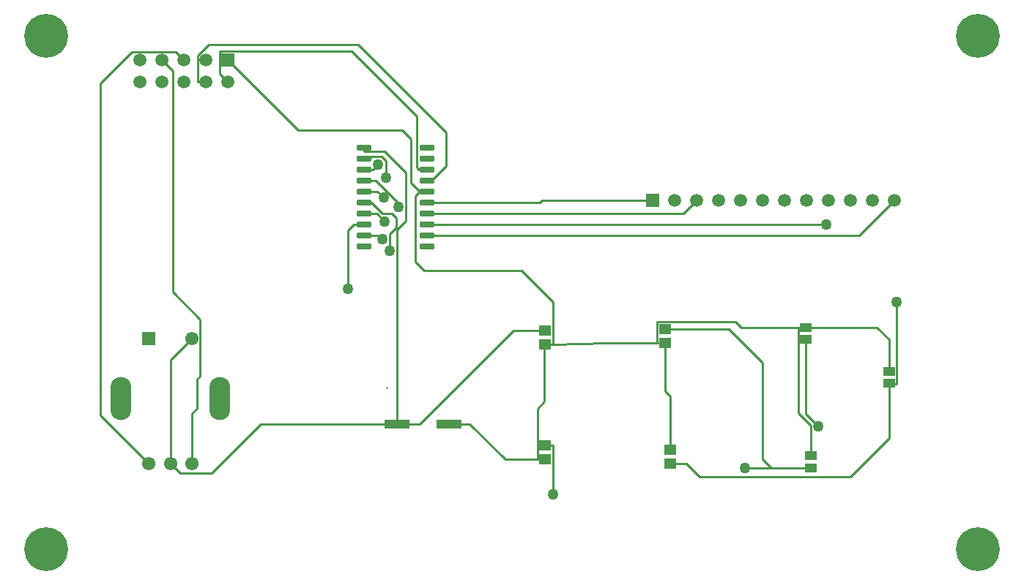
<source format=gtl>
G04*
G04 #@! TF.GenerationSoftware,Altium Limited,Altium Designer,23.2.1 (34)*
G04*
G04 Layer_Physical_Order=1*
G04 Layer_Color=255*
%FSLAX25Y25*%
%MOIN*%
G70*
G04*
G04 #@! TF.SameCoordinates,BF209CEF-B3CD-4BDF-936B-CE2084C87205*
G04*
G04*
G04 #@! TF.FilePolarity,Positive*
G04*
G01*
G75*
%ADD12C,0.01000*%
%ADD15R,0.11417X0.04331*%
%ADD16R,0.05733X0.05136*%
G04:AMPARAMS|DCode=17|XSize=23.62mil|YSize=64.96mil|CornerRadius=2.01mil|HoleSize=0mil|Usage=FLASHONLY|Rotation=90.000|XOffset=0mil|YOffset=0mil|HoleType=Round|Shape=RoundedRectangle|*
%AMROUNDEDRECTD17*
21,1,0.02362,0.06095,0,0,90.0*
21,1,0.01961,0.06496,0,0,90.0*
1,1,0.00402,0.03047,0.00980*
1,1,0.00402,0.03047,-0.00980*
1,1,0.00402,-0.03047,-0.00980*
1,1,0.00402,-0.03047,0.00980*
%
%ADD17ROUNDEDRECTD17*%
%ADD18R,0.05339X0.04349*%
%ADD24R,0.06102X0.06102*%
%ADD25C,0.06102*%
G04:AMPARAMS|DCode=26|XSize=94.49mil|YSize=196.85mil|CornerRadius=47.24mil|HoleSize=0mil|Usage=FLASHONLY|Rotation=0.000|XOffset=0mil|YOffset=0mil|HoleType=Round|Shape=RoundedRectangle|*
%AMROUNDEDRECTD26*
21,1,0.09449,0.10236,0,0,0.0*
21,1,0.00000,0.19685,0,0,0.0*
1,1,0.09449,0.00000,-0.05118*
1,1,0.09449,0.00000,-0.05118*
1,1,0.09449,0.00000,0.05118*
1,1,0.09449,0.00000,0.05118*
%
%ADD26ROUNDEDRECTD26*%
%ADD28C,0.20000*%
%ADD29C,0.05906*%
%ADD30R,0.05906X0.05906*%
%ADD31C,0.05000*%
D12*
X171900Y253500D02*
X212000Y213400D01*
X103900Y253500D02*
X171900D01*
X98900Y248500D02*
X103900Y253500D01*
X346100Y124500D02*
X372200D01*
X260500Y116929D02*
Y136200D01*
Y116847D02*
Y116929D01*
X284953Y117500D01*
X257000Y116847D02*
X260500Y116929D01*
X284953Y117500D02*
X308000D01*
X256700Y90800D02*
Y116847D01*
X253500Y64347D02*
X257000D01*
X238800D02*
X253500D01*
X189600Y80500D02*
Y169220D01*
X413500Y98900D02*
X416800D01*
X413500Y74100D02*
Y98900D01*
X311500Y95600D02*
Y117500D01*
Y95600D02*
X314000Y93100D01*
Y68653D02*
Y93100D01*
X195800Y190500D02*
X199800Y186500D01*
X195800Y190500D02*
Y210500D01*
X191800Y214500D02*
X195800Y210500D01*
X144500Y214500D02*
X191800D01*
X112500Y246500D02*
X144500Y214500D01*
X199800Y186500D02*
X203272D01*
X197800Y184500D02*
X199800Y186500D01*
X197800Y154500D02*
Y184500D01*
Y154500D02*
X201800Y150500D01*
X246200D01*
X260500Y136200D01*
X257000Y116847D02*
X260500D01*
X189600Y80500D02*
X189689D01*
X127600D02*
X189600D01*
X105100Y58000D02*
X127600Y80500D01*
X90972Y58000D02*
X105100D01*
X86500Y62472D02*
X90972Y58000D01*
X174728Y204800D02*
Y206500D01*
Y204800D02*
X184000D01*
X193600Y195200D01*
Y173220D02*
Y195200D01*
X189600Y169220D02*
X193600Y173220D01*
X86500Y62472D02*
Y109716D01*
X96343Y119559D01*
X255700Y182500D02*
X306000D01*
X254700Y181500D02*
X255700Y182500D01*
X203272Y181500D02*
X254700D01*
X174728Y191500D02*
X179989D01*
X190239Y181250D01*
Y179600D02*
Y181250D01*
X174728Y196500D02*
X178600D01*
X180800Y198700D01*
X180400Y176500D02*
X184000Y172900D01*
X174728Y176500D02*
X180400D01*
X348000Y60500D02*
X360000D01*
X378000D01*
X356000Y64500D02*
X360000Y60500D01*
X356000Y64500D02*
Y108500D01*
X340695Y123805D02*
X356000Y108500D01*
X311500Y123805D02*
X340695D01*
X314000Y62347D02*
X321353D01*
X327100Y56600D01*
X396000D01*
X413500Y74100D01*
X98900Y236500D02*
X102500D01*
X98900D02*
Y248500D01*
X212000Y198200D02*
Y213400D01*
X205300Y191500D02*
X212000Y198200D01*
X203272Y191500D02*
X205300D01*
X199600Y196500D02*
X203272D01*
X198600Y197500D02*
X199600Y196500D01*
X198600Y197500D02*
Y220939D01*
X169039Y250500D02*
X198600Y220939D01*
X108900Y250500D02*
X169039D01*
X108900Y240100D02*
Y250500D01*
Y240100D02*
X112500Y236500D01*
X343500Y127100D02*
X346100Y124500D01*
X308000Y127100D02*
X343500D01*
X308000Y117500D02*
Y127100D01*
Y117500D02*
X311500D01*
X413500Y98900D02*
Y98982D01*
X416800Y98900D02*
Y136200D01*
X375500Y85300D02*
X381300Y79500D01*
X375500Y85300D02*
Y118982D01*
X203272Y166500D02*
X400000D01*
X416000Y182500D01*
X170000Y171500D02*
X174728D01*
X167200Y168700D02*
X170000Y171500D01*
X167200Y142000D02*
Y168700D01*
X174728Y166500D02*
X181200D01*
X183000Y164700D01*
X184700Y192900D02*
Y200500D01*
X182600Y202600D02*
X184700Y200500D01*
X177900Y202600D02*
X182600D01*
X176800Y201500D02*
X177900Y202600D01*
X174728Y201500D02*
X176800D01*
X186100Y159500D02*
Y167300D01*
X189100Y170300D01*
Y174500D01*
X187080Y176520D02*
X189100Y174500D01*
X182980Y176520D02*
X187080D01*
X178000Y181500D02*
X182980Y176520D01*
X174728Y181500D02*
X178000D01*
X180600Y186500D02*
X183400Y183700D01*
X174728Y186500D02*
X180600D01*
X242653Y123153D02*
X257000D01*
X200000Y80500D02*
X242653Y123153D01*
X189689Y80500D02*
X200000D01*
X257000Y70653D02*
X260500D01*
Y48500D02*
Y70653D01*
X54700Y84430D02*
X76657Y62472D01*
X54700Y84430D02*
Y235900D01*
X68900Y250100D01*
X88900D01*
X92500Y246500D01*
X203272Y171500D02*
X385000D01*
X203272Y176500D02*
X320000D01*
X326000Y182500D01*
X375500Y124500D02*
X408000D01*
X413500Y119000D01*
Y104500D02*
Y119000D01*
X213311Y80500D02*
X222647D01*
X238800Y64347D01*
X82500Y246500D02*
X87500Y241500D01*
Y140800D02*
Y241500D01*
Y140800D02*
X100000Y128300D01*
Y102400D02*
Y128300D01*
X98500Y100900D02*
X100000Y102400D01*
X98500Y87600D02*
Y100900D01*
X96343Y85443D02*
X98500Y87600D01*
X96343Y62472D02*
Y85443D01*
X378000Y66018D02*
Y79800D01*
X372200Y85600D02*
X378000Y79800D01*
X372200Y85600D02*
Y124500D01*
X375500D01*
X256700Y116847D02*
X257000D01*
X253500Y87600D02*
X256700Y90800D01*
X253500Y64347D02*
Y87600D01*
X184732Y97232D02*
X184768Y97197D01*
D15*
X189689Y80500D02*
D03*
X213311D02*
D03*
D16*
X257000Y123153D02*
D03*
Y116847D02*
D03*
X314000Y62347D02*
D03*
Y68653D02*
D03*
X311500Y123805D02*
D03*
Y117500D02*
D03*
X257000Y70653D02*
D03*
Y64347D02*
D03*
D17*
X174728Y206500D02*
D03*
Y201500D02*
D03*
Y196500D02*
D03*
Y191500D02*
D03*
Y186500D02*
D03*
Y181500D02*
D03*
Y176500D02*
D03*
Y171500D02*
D03*
Y166500D02*
D03*
Y161500D02*
D03*
X203272Y206500D02*
D03*
Y201500D02*
D03*
Y196500D02*
D03*
Y191500D02*
D03*
Y186500D02*
D03*
Y181500D02*
D03*
Y176500D02*
D03*
Y171500D02*
D03*
Y166500D02*
D03*
Y161500D02*
D03*
D18*
X413500Y98982D02*
D03*
Y104500D02*
D03*
X378000Y60500D02*
D03*
Y66018D02*
D03*
X375500Y118982D02*
D03*
Y124500D02*
D03*
D24*
X76657Y119559D02*
D03*
D25*
X96343D02*
D03*
X76657Y62472D02*
D03*
X86500D02*
D03*
X96343D02*
D03*
D26*
X64059Y92000D02*
D03*
X108941D02*
D03*
D28*
X30000Y23500D02*
D03*
Y257500D02*
D03*
X454000D02*
D03*
Y23500D02*
D03*
D29*
X416000Y182500D02*
D03*
X406000D02*
D03*
X396000D02*
D03*
X386000D02*
D03*
X376000D02*
D03*
X366000D02*
D03*
X356000D02*
D03*
X346000D02*
D03*
X336000D02*
D03*
X326000D02*
D03*
X316000D02*
D03*
X72500Y236500D02*
D03*
Y246500D02*
D03*
X82500Y236500D02*
D03*
Y246500D02*
D03*
X92500Y236500D02*
D03*
Y246500D02*
D03*
X102500Y236500D02*
D03*
Y246500D02*
D03*
X112500Y236500D02*
D03*
D30*
X306000Y182500D02*
D03*
X112500Y246500D02*
D03*
D31*
X190239Y179600D02*
D03*
X180800Y198700D02*
D03*
X184000Y172900D02*
D03*
X348000Y60500D02*
D03*
X416800Y136200D02*
D03*
X381300Y79500D02*
D03*
X167200Y142000D02*
D03*
X183000Y164700D02*
D03*
X184700Y192900D02*
D03*
X186100Y159500D02*
D03*
X183400Y183700D02*
D03*
X260500Y48500D02*
D03*
X385000Y171500D02*
D03*
M02*

</source>
